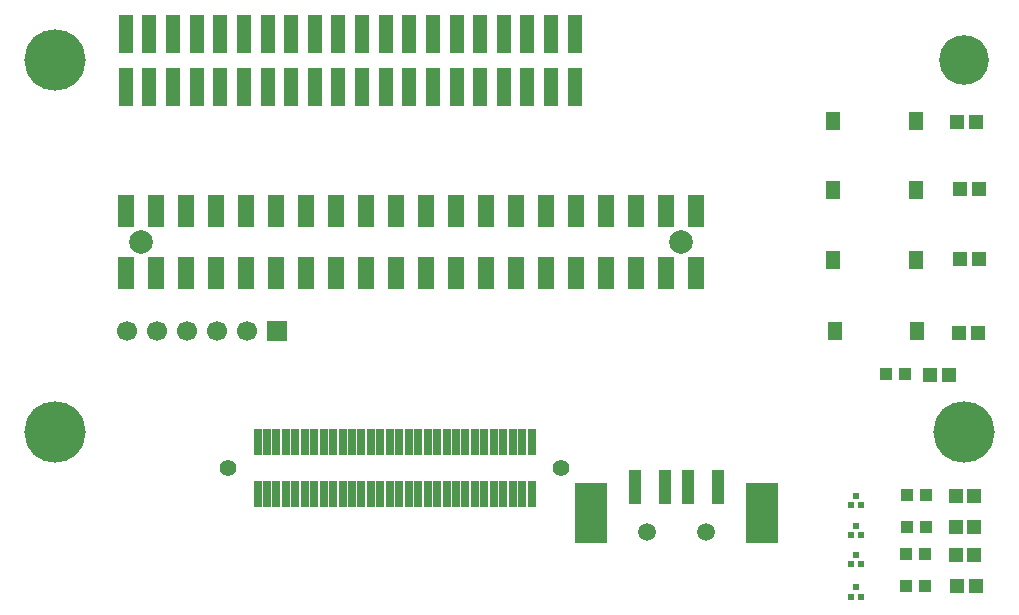
<source format=gts>
%FSTAX24Y24*%
%MOMM*%
%SFA1B1*%

%IPPOS*%
%ADD29C,1.499997*%
%ADD42R,1.199998X1.599997*%
%ADD43R,1.199998X1.149998*%
%ADD44R,1.199998X3.199994*%
%ADD45R,0.699999X2.199996*%
%ADD46R,0.999998X0.999998*%
%ADD47R,2.699995X5.199990*%
%ADD48R,1.099998X2.999994*%
%ADD49R,1.399997X2.699995*%
%ADD50R,0.469999X0.599999*%
%ADD51R,0.569999X0.599999*%
%ADD52C,0.999998*%
%ADD53C,1.399997*%
%ADD54C,5.199990*%
%ADD55C,4.199992*%
%ADD56C,1.699997*%
%ADD57R,1.699997X1.699997*%
%ADD58C,1.999996*%
%LNio-testing-mezzanine-1*%
%LPD*%
G54D29*
X641199Y200499D03*
X691199D03*
G54D42*
X799099Y489799D03*
X869099D03*
X799099Y548799D03*
X869099D03*
X799099Y430799D03*
X869099D03*
X8001Y370799D03*
X870099D03*
G54D43*
X920099Y547799D03*
X904099D03*
X922099Y490799D03*
X906099D03*
X921099Y368799D03*
X905099D03*
X918499Y231099D03*
X902499D03*
X922099Y4318D03*
X906099D03*
X918499Y204999D03*
X902499D03*
X896699Y333599D03*
X880699D03*
X918499Y181099D03*
X902499D03*
X919499Y155099D03*
X903499D03*
G54D44*
X199999Y622499D03*
Y577499D03*
X219999Y622499D03*
Y577499D03*
X239999Y622499D03*
Y577499D03*
X259999Y622499D03*
Y577499D03*
X279999Y622499D03*
Y577499D03*
X299999Y622499D03*
Y577499D03*
X319999Y622499D03*
Y577499D03*
X339999Y622499D03*
Y577499D03*
X359999Y622499D03*
Y577499D03*
X379999Y622499D03*
Y577499D03*
X399999Y622499D03*
Y577499D03*
X419999Y622499D03*
Y577499D03*
X439999Y622499D03*
Y577499D03*
X459999Y622499D03*
Y577499D03*
X479999Y622499D03*
Y577499D03*
X499999Y622499D03*
Y577499D03*
X519999Y622499D03*
Y577499D03*
X539999Y622499D03*
Y577499D03*
X559999Y622499D03*
Y577499D03*
X579999Y622499D03*
Y577499D03*
G54D45*
X543499Y276499D03*
X535499D03*
X527499D03*
X519499D03*
X511499D03*
X503499D03*
X495499D03*
X487499D03*
X479499D03*
X471499D03*
X463499D03*
X455499D03*
X447499D03*
X439499D03*
X431499D03*
X423499D03*
X415499D03*
X407499D03*
X399499D03*
X391499D03*
X383499D03*
X375499D03*
X367499D03*
X359499D03*
X351499D03*
X343499D03*
X335499D03*
X327499D03*
X319499D03*
X311499Y232499D03*
X543499D03*
X535499D03*
X527499D03*
X519499D03*
X511499D03*
X503499D03*
X495499D03*
X487499D03*
X479499D03*
X471499D03*
X463499D03*
X455499D03*
X447499D03*
X439499D03*
X431499D03*
X423499D03*
X415499D03*
X407499D03*
X399499D03*
X391499D03*
X383499D03*
X375499D03*
X367499D03*
X359499D03*
X351499D03*
X343499D03*
X335499D03*
X327499D03*
X319499D03*
X311499Y276499D03*
G54D46*
X860499Y155099D03*
X876499D03*
X859699Y334599D03*
X843699D03*
X877499Y232099D03*
X861499D03*
X877499Y205099D03*
X861499D03*
X876499Y182099D03*
X860499D03*
G54D47*
X738699Y216499D03*
X593699D03*
G54D48*
X631199Y238999D03*
X656199D03*
X676199D03*
X701199D03*
G54D49*
X199999Y472599D03*
Y419999D03*
X225399Y472599D03*
Y419999D03*
X250799Y472599D03*
Y419999D03*
X276199Y472599D03*
Y419999D03*
X301599Y472599D03*
Y419999D03*
X326999Y472599D03*
Y419999D03*
X352399Y472599D03*
Y419999D03*
X377799Y472599D03*
Y419999D03*
X403199Y472599D03*
Y419999D03*
X428599Y472599D03*
Y419999D03*
X453999Y472599D03*
Y419999D03*
X479399Y472599D03*
Y419999D03*
X504799Y472599D03*
Y419999D03*
X530199Y472599D03*
Y419999D03*
X555599Y472599D03*
Y419999D03*
X580999Y472599D03*
Y419999D03*
X606399Y472599D03*
Y419999D03*
X631799Y472599D03*
Y419999D03*
X657199Y472599D03*
Y419999D03*
X682599Y472599D03*
Y419999D03*
G54D50*
X822199Y223199D03*
X814199D03*
Y197699D03*
X822199D03*
Y173099D03*
X814199D03*
Y145699D03*
X822199D03*
G54D51*
X818199Y231199D03*
Y205699D03*
Y180999D03*
Y153699D03*
G54D52*
X568499Y254499D03*
X286499D03*
G54D53*
X286499Y254499D03*
X568499D03*
G54D54*
X139999Y284999D03*
X909999D03*
X139999Y599999D03*
G54D55*
X909999Y599999D03*
G54D56*
X200599Y370399D03*
X225999D03*
X251399D03*
X276799D03*
X302199D03*
G54D57*
X327599Y370399D03*
G54D58*
X669899Y446099D03*
X212699Y446299D03*
M02*
</source>
